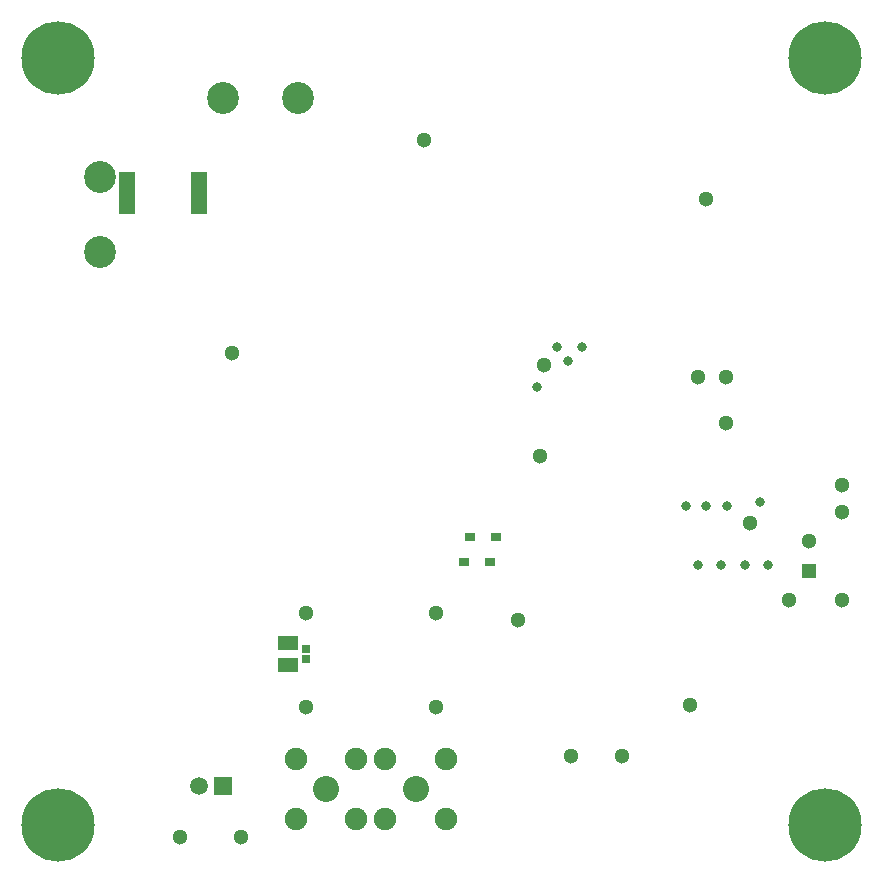
<source format=gbr>
%TF.GenerationSoftware,Altium Limited,Altium Designer,22.9.1 (49)*%
G04 Layer_Color=16711935*
%FSLAX45Y45*%
%MOMM*%
%TF.SameCoordinates,E77D5F78-0586-4990-9624-58BD59020D5A*%
%TF.FilePolarity,Negative*%
%TF.FileFunction,Soldermask,Bot*%
%TF.Part,Single*%
G01*
G75*
%TA.AperFunction,ComponentPad*%
%ADD52C,1.30000*%
%ADD55R,1.30000X1.30000*%
%ADD56C,1.90500*%
%TA.AperFunction,SMDPad,CuDef*%
%ADD61R,0.90000X0.80000*%
%ADD65R,1.65320X1.20320*%
%ADD66R,0.72320X0.72320*%
%ADD67R,1.45320X3.60320*%
%TA.AperFunction,ComponentPad*%
%ADD68C,2.70320*%
%ADD69C,1.50320*%
%ADD70R,1.50320X1.50320*%
%ADD71C,2.20980*%
%ADD72C,6.20320*%
%TA.AperFunction,ViaPad*%
%ADD73C,0.80320*%
D52*
X3599970Y6300000D02*
D03*
X2050000Y400000D02*
D03*
X1540000D02*
D03*
X4579978Y3630000D02*
D03*
X5989977Y5799999D02*
D03*
X3700000Y1500000D02*
D03*
X6859999Y2910000D02*
D03*
X7140000Y2409999D02*
D03*
X2600000Y1500000D02*
D03*
X6689969Y2409999D02*
D03*
X5849958Y1519998D02*
D03*
X1979961Y4499998D02*
D03*
X4619962Y4399998D02*
D03*
X5919964Y4299998D02*
D03*
X2599965Y2300000D02*
D03*
X4849999Y1090000D02*
D03*
X6160000Y3910000D02*
D03*
X5279999Y1090000D02*
D03*
X6159999Y4300000D02*
D03*
X4400000Y2239999D02*
D03*
X6359999Y3059999D02*
D03*
X3700000Y2300000D02*
D03*
X7140000Y3380000D02*
D03*
X7140000Y3150000D02*
D03*
D55*
X6859999Y2656000D02*
D03*
D56*
X3785270Y1065269D02*
D03*
Y554729D02*
D03*
X3274730D02*
D03*
Y1065269D02*
D03*
X3025270D02*
D03*
Y554729D02*
D03*
X2514730Y1065269D02*
D03*
Y554729D02*
D03*
D61*
X4160000Y2730000D02*
D03*
X3939999D02*
D03*
X3990000Y2940000D02*
D03*
X4210000D02*
D03*
D65*
X2449999Y1854999D02*
D03*
Y2044999D02*
D03*
D66*
X2600000Y1991000D02*
D03*
Y1909000D02*
D03*
D67*
X1085001Y5849999D02*
D03*
X1694998D02*
D03*
D68*
X2537500Y6659999D02*
D03*
X1902500D02*
D03*
X854998Y5987500D02*
D03*
Y5352500D02*
D03*
D69*
X1700000Y829999D02*
D03*
D70*
X1900000D02*
D03*
D71*
X3530000Y809999D02*
D03*
X2770000D02*
D03*
D72*
X500000Y7000000D02*
D03*
X7000000D02*
D03*
X500000Y500000D02*
D03*
X7000000D02*
D03*
D73*
X4820000Y4430000D02*
D03*
X4560000Y4210000D02*
D03*
X4730000Y4550000D02*
D03*
X4940000D02*
D03*
X6450000Y3240000D02*
D03*
X5820000Y3200000D02*
D03*
X5990000D02*
D03*
X6170000D02*
D03*
X6510000Y2700000D02*
D03*
X6320000D02*
D03*
X6120000D02*
D03*
X5920000D02*
D03*
%TF.MD5,3f287ff403a3c543b6bf70ed428a6162*%
M02*

</source>
